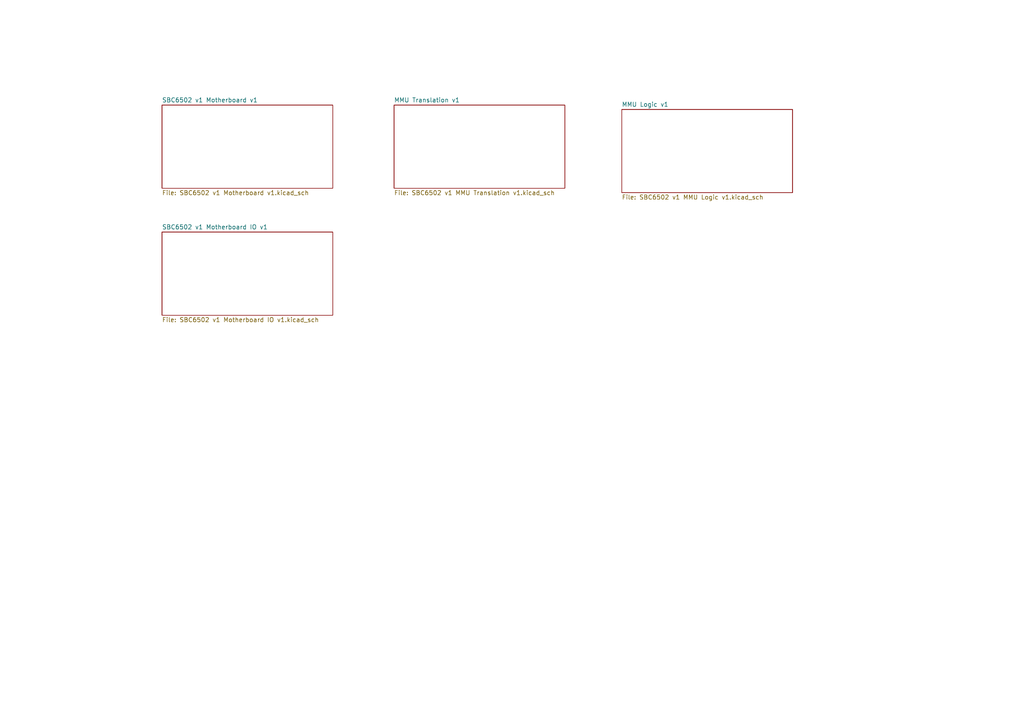
<source format=kicad_sch>
(kicad_sch (version 20211123) (generator eeschema)
  (paper "A4")
  (lib_symbols)
  (sheet (at 46.99 67.31) (size 49.53 24.13) (stroke (width 0.1524))
    (property "Sheet name" "SBC6502 v1 Motherboard IO v1" (at 46.99 66.5984 0) (effects (justify left bottom)))
    (property "Sheet file" "SBC6502 v1 Motherboard IO v1.kicad_sch" (at 46.99 92.0246 0) (effects (justify left top)))
  )
  (sheet (at 46.99 30.48) (size 49.53 24.13) (stroke (width 0.1524))
    (property "Sheet name" "SBC6502 v1 Motherboard v1" (at 46.99 29.7684 0) (effects (justify left bottom)))
    (property "Sheet file" "SBC6502 v1 Motherboard v1.kicad_sch" (at 46.99 55.1946 0) (effects (justify left top)))
  )
  (sheet (at 114.3 30.48) (size 49.53 24.13) (stroke (width 0.1524))
    (property "Sheet name" "MMU Translation v1" (at 114.3 29.7684 0) (effects (justify left bottom)))
    (property "Sheet file" "SBC6502 v1 MMU Translation v1.kicad_sch" (at 114.3 55.1946 0) (effects (justify left top)))
  )
  (sheet (at 180.34 31.75) (size 49.53 24.13) (stroke (width 0.1524))
    (property "Sheet name" "MMU Logic v1" (at 180.34 31.0384 0) (effects (justify left bottom)))
    (property "Sheet file" "SBC6502 v1 MMU Logic v1.kicad_sch" (at 180.34 56.4646 0) (effects (justify left top)))
  )
)
</source>
